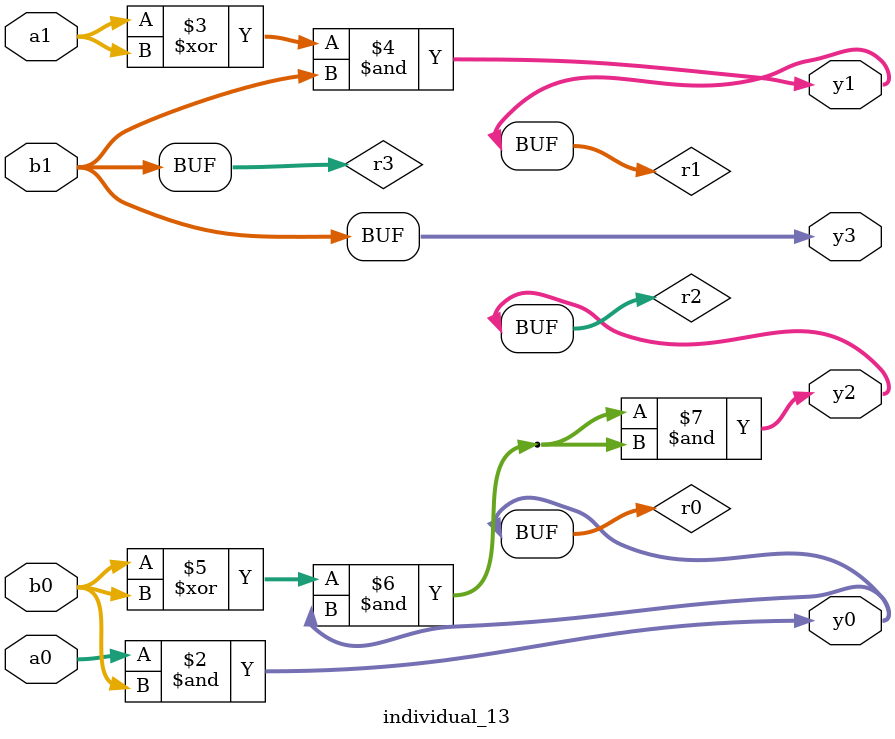
<source format=sv>
module individual_13(input logic [15:0] a1, input logic [15:0] a0, input logic [15:0] b1, input logic [15:0] b0, output logic [15:0] y3, output logic [15:0] y2, output logic [15:0] y1, output logic [15:0] y0);
logic [15:0] r0, r1, r2, r3; 
 always@(*) begin 
	 r0 = a0; r1 = a1; r2 = b0; r3 = b1; 
 	 r0  &=  r2 ;
 	 r1  ^=  a1 ;
 	 r1  &=  b1 ;
 	 r2  ^=  b0 ;
 	 r2  &=  r0 ;
 	 r2  &=  r2 ;
 	 y3 = r3; y2 = r2; y1 = r1; y0 = r0; 
end
endmodule
</source>
